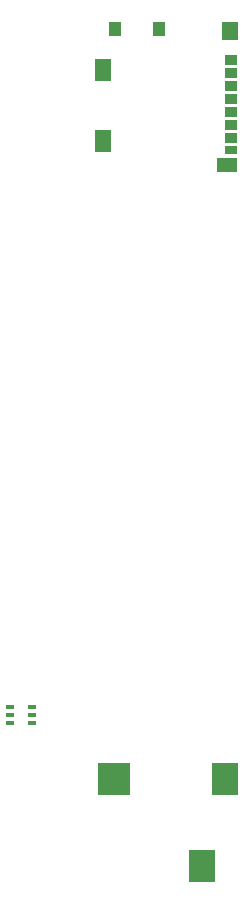
<source format=gbr>
%TF.GenerationSoftware,KiCad,Pcbnew,(5.1.9)-1*%
%TF.CreationDate,2021-02-02T00:48:23+00:00*%
%TF.ProjectId,pico_vga_sd_aud,7069636f-5f76-4676-915f-73645f617564,rev?*%
%TF.SameCoordinates,Original*%
%TF.FileFunction,Paste,Top*%
%TF.FilePolarity,Positive*%
%FSLAX46Y46*%
G04 Gerber Fmt 4.6, Leading zero omitted, Abs format (unit mm)*
G04 Created by KiCad (PCBNEW (5.1.9)-1) date 2021-02-02 00:48:23*
%MOMM*%
%LPD*%
G01*
G04 APERTURE LIST*
%ADD10R,0.650000X0.400000*%
%ADD11R,1.350000X1.900000*%
%ADD12R,1.000000X1.200000*%
%ADD13R,1.350000X1.550000*%
%ADD14R,1.800000X1.170000*%
%ADD15R,1.100000X0.850000*%
%ADD16R,1.100000X0.750000*%
%ADD17R,2.200000X2.800000*%
%ADD18R,2.800000X2.800000*%
G04 APERTURE END LIST*
D10*
%TO.C,U3*%
X179559200Y-101736300D03*
X179559200Y-103036300D03*
X177659200Y-102386300D03*
X179559200Y-102386300D03*
X177659200Y-103036300D03*
X177659200Y-101736300D03*
%TD*%
D11*
%TO.C,J3*%
X185591300Y-53741500D03*
X185591300Y-47771500D03*
D12*
X190266300Y-44271500D03*
X186566300Y-44271500D03*
D13*
X196291300Y-44446500D03*
D14*
X196066300Y-55766500D03*
D15*
X196416300Y-53506500D03*
X196416300Y-52406500D03*
X196416300Y-51306500D03*
X196416300Y-50206500D03*
X196416300Y-49106500D03*
X196416300Y-48006500D03*
D16*
X196416300Y-54556500D03*
D15*
X196416300Y-46906500D03*
%TD*%
D17*
%TO.C,J2*%
X193912500Y-115154100D03*
X195912500Y-107754100D03*
D18*
X186512500Y-107754100D03*
%TD*%
M02*

</source>
